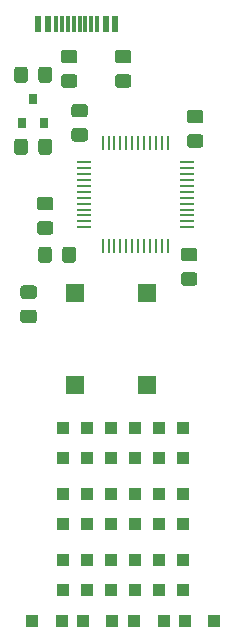
<source format=gtp>
G04 #@! TF.GenerationSoftware,KiCad,Pcbnew,5.1.10*
G04 #@! TF.CreationDate,2021-06-22T11:56:40+03:00*
G04 #@! TF.ProjectId,left,6c656674-2e6b-4696-9361-645f70636258,rev?*
G04 #@! TF.SameCoordinates,Original*
G04 #@! TF.FileFunction,Paste,Top*
G04 #@! TF.FilePolarity,Positive*
%FSLAX46Y46*%
G04 Gerber Fmt 4.6, Leading zero omitted, Abs format (unit mm)*
G04 Created by KiCad (PCBNEW 5.1.10) date 2021-06-22 11:56:40*
%MOMM*%
%LPD*%
G01*
G04 APERTURE LIST*
%ADD10R,1.500000X1.500000*%
%ADD11R,1.000000X1.000000*%
%ADD12R,1.300000X0.250000*%
%ADD13R,0.250000X1.300000*%
%ADD14R,0.800000X0.900000*%
%ADD15R,0.600000X1.450000*%
%ADD16R,0.300000X1.450000*%
G04 APERTURE END LIST*
D10*
X230759000Y-77634000D03*
X230759000Y-85434000D03*
X224663000Y-77634000D03*
X224663000Y-85434000D03*
G36*
G01*
X221557000Y-59632001D02*
X221557000Y-58731999D01*
G75*
G02*
X221806999Y-58482000I249999J0D01*
G01*
X222457001Y-58482000D01*
G75*
G02*
X222707000Y-58731999I0J-249999D01*
G01*
X222707000Y-59632001D01*
G75*
G02*
X222457001Y-59882000I-249999J0D01*
G01*
X221806999Y-59882000D01*
G75*
G02*
X221557000Y-59632001I0J249999D01*
G01*
G37*
G36*
G01*
X219507000Y-59632001D02*
X219507000Y-58731999D01*
G75*
G02*
X219756999Y-58482000I249999J0D01*
G01*
X220407001Y-58482000D01*
G75*
G02*
X220657000Y-58731999I0J-249999D01*
G01*
X220657000Y-59632001D01*
G75*
G02*
X220407001Y-59882000I-249999J0D01*
G01*
X219756999Y-59882000D01*
G75*
G02*
X219507000Y-59632001I0J249999D01*
G01*
G37*
G36*
G01*
X224593999Y-63696000D02*
X225494001Y-63696000D01*
G75*
G02*
X225744000Y-63945999I0J-249999D01*
G01*
X225744000Y-64596001D01*
G75*
G02*
X225494001Y-64846000I-249999J0D01*
G01*
X224593999Y-64846000D01*
G75*
G02*
X224344000Y-64596001I0J249999D01*
G01*
X224344000Y-63945999D01*
G75*
G02*
X224593999Y-63696000I249999J0D01*
G01*
G37*
G36*
G01*
X224593999Y-61646000D02*
X225494001Y-61646000D01*
G75*
G02*
X225744000Y-61895999I0J-249999D01*
G01*
X225744000Y-62546001D01*
G75*
G02*
X225494001Y-62796000I-249999J0D01*
G01*
X224593999Y-62796000D01*
G75*
G02*
X224344000Y-62546001I0J249999D01*
G01*
X224344000Y-61895999D01*
G75*
G02*
X224593999Y-61646000I249999J0D01*
G01*
G37*
G36*
G01*
X221672999Y-71570000D02*
X222573001Y-71570000D01*
G75*
G02*
X222823000Y-71819999I0J-249999D01*
G01*
X222823000Y-72470001D01*
G75*
G02*
X222573001Y-72720000I-249999J0D01*
G01*
X221672999Y-72720000D01*
G75*
G02*
X221423000Y-72470001I0J249999D01*
G01*
X221423000Y-71819999D01*
G75*
G02*
X221672999Y-71570000I249999J0D01*
G01*
G37*
G36*
G01*
X221672999Y-69520000D02*
X222573001Y-69520000D01*
G75*
G02*
X222823000Y-69769999I0J-249999D01*
G01*
X222823000Y-70420001D01*
G75*
G02*
X222573001Y-70670000I-249999J0D01*
G01*
X221672999Y-70670000D01*
G75*
G02*
X221423000Y-70420001I0J249999D01*
G01*
X221423000Y-69769999D01*
G75*
G02*
X221672999Y-69520000I249999J0D01*
G01*
G37*
G36*
G01*
X234765001Y-74988000D02*
X233864999Y-74988000D01*
G75*
G02*
X233615000Y-74738001I0J249999D01*
G01*
X233615000Y-74087999D01*
G75*
G02*
X233864999Y-73838000I249999J0D01*
G01*
X234765001Y-73838000D01*
G75*
G02*
X235015000Y-74087999I0J-249999D01*
G01*
X235015000Y-74738001D01*
G75*
G02*
X234765001Y-74988000I-249999J0D01*
G01*
G37*
G36*
G01*
X234765001Y-77038000D02*
X233864999Y-77038000D01*
G75*
G02*
X233615000Y-76788001I0J249999D01*
G01*
X233615000Y-76137999D01*
G75*
G02*
X233864999Y-75888000I249999J0D01*
G01*
X234765001Y-75888000D01*
G75*
G02*
X235015000Y-76137999I0J-249999D01*
G01*
X235015000Y-76788001D01*
G75*
G02*
X234765001Y-77038000I-249999J0D01*
G01*
G37*
G36*
G01*
X221557000Y-65728001D02*
X221557000Y-64827999D01*
G75*
G02*
X221806999Y-64578000I249999J0D01*
G01*
X222457001Y-64578000D01*
G75*
G02*
X222707000Y-64827999I0J-249999D01*
G01*
X222707000Y-65728001D01*
G75*
G02*
X222457001Y-65978000I-249999J0D01*
G01*
X221806999Y-65978000D01*
G75*
G02*
X221557000Y-65728001I0J249999D01*
G01*
G37*
G36*
G01*
X219507000Y-65728001D02*
X219507000Y-64827999D01*
G75*
G02*
X219756999Y-64578000I249999J0D01*
G01*
X220407001Y-64578000D01*
G75*
G02*
X220657000Y-64827999I0J-249999D01*
G01*
X220657000Y-65728001D01*
G75*
G02*
X220407001Y-65978000I-249999J0D01*
G01*
X219756999Y-65978000D01*
G75*
G02*
X219507000Y-65728001I0J249999D01*
G01*
G37*
G36*
G01*
X221176001Y-78163000D02*
X220275999Y-78163000D01*
G75*
G02*
X220026000Y-77913001I0J249999D01*
G01*
X220026000Y-77262999D01*
G75*
G02*
X220275999Y-77013000I249999J0D01*
G01*
X221176001Y-77013000D01*
G75*
G02*
X221426000Y-77262999I0J-249999D01*
G01*
X221426000Y-77913001D01*
G75*
G02*
X221176001Y-78163000I-249999J0D01*
G01*
G37*
G36*
G01*
X221176001Y-80213000D02*
X220275999Y-80213000D01*
G75*
G02*
X220026000Y-79963001I0J249999D01*
G01*
X220026000Y-79312999D01*
G75*
G02*
X220275999Y-79063000I249999J0D01*
G01*
X221176001Y-79063000D01*
G75*
G02*
X221426000Y-79312999I0J-249999D01*
G01*
X221426000Y-79963001D01*
G75*
G02*
X221176001Y-80213000I-249999J0D01*
G01*
G37*
G36*
G01*
X235273001Y-63304000D02*
X234372999Y-63304000D01*
G75*
G02*
X234123000Y-63054001I0J249999D01*
G01*
X234123000Y-62403999D01*
G75*
G02*
X234372999Y-62154000I249999J0D01*
G01*
X235273001Y-62154000D01*
G75*
G02*
X235523000Y-62403999I0J-249999D01*
G01*
X235523000Y-63054001D01*
G75*
G02*
X235273001Y-63304000I-249999J0D01*
G01*
G37*
G36*
G01*
X235273001Y-65354000D02*
X234372999Y-65354000D01*
G75*
G02*
X234123000Y-65104001I0J249999D01*
G01*
X234123000Y-64453999D01*
G75*
G02*
X234372999Y-64204000I249999J0D01*
G01*
X235273001Y-64204000D01*
G75*
G02*
X235523000Y-64453999I0J-249999D01*
G01*
X235523000Y-65104001D01*
G75*
G02*
X235273001Y-65354000I-249999J0D01*
G01*
G37*
D11*
X233759440Y-102794927D03*
X233759440Y-100294927D03*
X233759440Y-91618927D03*
X233759440Y-89118927D03*
X221020000Y-105410000D03*
X223520000Y-105410000D03*
X227663440Y-102794927D03*
X227663440Y-100294927D03*
X227663440Y-97206927D03*
X227663440Y-94706927D03*
X227663440Y-91618927D03*
X227663440Y-89118927D03*
X223599440Y-102794927D03*
X223599440Y-100294927D03*
X223599440Y-97206927D03*
X223599440Y-94706927D03*
X223599440Y-91618927D03*
X223599440Y-89118927D03*
X229656000Y-105410000D03*
X232156000Y-105410000D03*
X233759440Y-97206927D03*
X233759440Y-94706927D03*
X231727440Y-102794927D03*
X231727440Y-100294927D03*
X231727440Y-97206927D03*
X231727440Y-94706927D03*
X231727440Y-91618927D03*
X231727440Y-89118927D03*
X225298000Y-105410000D03*
X227798000Y-105410000D03*
X229695440Y-102794927D03*
X229695440Y-100294927D03*
X229695440Y-97206927D03*
X229695440Y-94706927D03*
X229695440Y-91618927D03*
X229695440Y-89118927D03*
X225631440Y-102794927D03*
X225631440Y-100294927D03*
X225631440Y-97206927D03*
X225631440Y-94706927D03*
X225631440Y-91618927D03*
X225631440Y-89118927D03*
X233934000Y-105410000D03*
X236434000Y-105410000D03*
D12*
X225393000Y-72092000D03*
X225393000Y-71592000D03*
X225393000Y-71092000D03*
X225393000Y-70592000D03*
X225393000Y-70092000D03*
X225393000Y-69592000D03*
X225393000Y-69092000D03*
X225393000Y-68592000D03*
X225393000Y-68092000D03*
X225393000Y-67592000D03*
X225393000Y-67092000D03*
X225393000Y-66592000D03*
D13*
X226993000Y-64992000D03*
X227493000Y-64992000D03*
X227993000Y-64992000D03*
X228493000Y-64992000D03*
X228993000Y-64992000D03*
X229493000Y-64992000D03*
X229993000Y-64992000D03*
X230493000Y-64992000D03*
X230993000Y-64992000D03*
X231493000Y-64992000D03*
X231993000Y-64992000D03*
X232493000Y-64992000D03*
D12*
X234093000Y-66592000D03*
X234093000Y-67092000D03*
X234093000Y-67592000D03*
X234093000Y-68092000D03*
X234093000Y-68592000D03*
X234093000Y-69092000D03*
X234093000Y-69592000D03*
X234093000Y-70092000D03*
X234093000Y-70592000D03*
X234093000Y-71092000D03*
X234093000Y-71592000D03*
X234093000Y-72092000D03*
D13*
X232493000Y-73692000D03*
X231993000Y-73692000D03*
X231493000Y-73692000D03*
X230993000Y-73692000D03*
X230493000Y-73692000D03*
X229993000Y-73692000D03*
X229493000Y-73692000D03*
X228993000Y-73692000D03*
X228493000Y-73692000D03*
X227993000Y-73692000D03*
X227493000Y-73692000D03*
X226993000Y-73692000D03*
D14*
X221107000Y-61230000D03*
X222057000Y-63230000D03*
X220157000Y-63230000D03*
G36*
G01*
X222680000Y-73971999D02*
X222680000Y-74872001D01*
G75*
G02*
X222430001Y-75122000I-249999J0D01*
G01*
X221779999Y-75122000D01*
G75*
G02*
X221530000Y-74872001I0J249999D01*
G01*
X221530000Y-73971999D01*
G75*
G02*
X221779999Y-73722000I249999J0D01*
G01*
X222430001Y-73722000D01*
G75*
G02*
X222680000Y-73971999I0J-249999D01*
G01*
G37*
G36*
G01*
X224730000Y-73971999D02*
X224730000Y-74872001D01*
G75*
G02*
X224480001Y-75122000I-249999J0D01*
G01*
X223829999Y-75122000D01*
G75*
G02*
X223580000Y-74872001I0J249999D01*
G01*
X223580000Y-73971999D01*
G75*
G02*
X223829999Y-73722000I249999J0D01*
G01*
X224480001Y-73722000D01*
G75*
G02*
X224730000Y-73971999I0J-249999D01*
G01*
G37*
G36*
G01*
X223704999Y-59124000D02*
X224605001Y-59124000D01*
G75*
G02*
X224855000Y-59373999I0J-249999D01*
G01*
X224855000Y-60024001D01*
G75*
G02*
X224605001Y-60274000I-249999J0D01*
G01*
X223704999Y-60274000D01*
G75*
G02*
X223455000Y-60024001I0J249999D01*
G01*
X223455000Y-59373999D01*
G75*
G02*
X223704999Y-59124000I249999J0D01*
G01*
G37*
G36*
G01*
X223704999Y-57074000D02*
X224605001Y-57074000D01*
G75*
G02*
X224855000Y-57323999I0J-249999D01*
G01*
X224855000Y-57974001D01*
G75*
G02*
X224605001Y-58224000I-249999J0D01*
G01*
X223704999Y-58224000D01*
G75*
G02*
X223455000Y-57974001I0J249999D01*
G01*
X223455000Y-57323999D01*
G75*
G02*
X223704999Y-57074000I249999J0D01*
G01*
G37*
G36*
G01*
X228276999Y-59124000D02*
X229177001Y-59124000D01*
G75*
G02*
X229427000Y-59373999I0J-249999D01*
G01*
X229427000Y-60024001D01*
G75*
G02*
X229177001Y-60274000I-249999J0D01*
G01*
X228276999Y-60274000D01*
G75*
G02*
X228027000Y-60024001I0J249999D01*
G01*
X228027000Y-59373999D01*
G75*
G02*
X228276999Y-59124000I249999J0D01*
G01*
G37*
G36*
G01*
X228276999Y-57074000D02*
X229177001Y-57074000D01*
G75*
G02*
X229427000Y-57323999I0J-249999D01*
G01*
X229427000Y-57974001D01*
G75*
G02*
X229177001Y-58224000I-249999J0D01*
G01*
X228276999Y-58224000D01*
G75*
G02*
X228027000Y-57974001I0J249999D01*
G01*
X228027000Y-57323999D01*
G75*
G02*
X228276999Y-57074000I249999J0D01*
G01*
G37*
D15*
X221540000Y-54845000D03*
X222340000Y-54845000D03*
X227240000Y-54845000D03*
X228040000Y-54845000D03*
X228040000Y-54845000D03*
X227240000Y-54845000D03*
X222340000Y-54845000D03*
X221540000Y-54845000D03*
D16*
X226540000Y-54845000D03*
X226040000Y-54845000D03*
X225540000Y-54845000D03*
X224540000Y-54845000D03*
X224040000Y-54845000D03*
X223540000Y-54845000D03*
X223040000Y-54845000D03*
X225040000Y-54845000D03*
M02*

</source>
